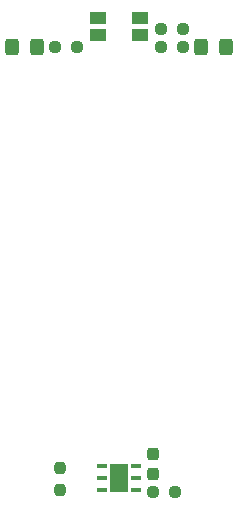
<source format=gbp>
%TF.GenerationSoftware,KiCad,Pcbnew,7.0.7*%
%TF.CreationDate,2024-03-04T06:13:50-08:00*%
%TF.ProjectId,TemperatureHumidityEPD,54656d70-6572-4617-9475-726548756d69,rev?*%
%TF.SameCoordinates,PX75040e0PY7b67cc0*%
%TF.FileFunction,Paste,Bot*%
%TF.FilePolarity,Positive*%
%FSLAX46Y46*%
G04 Gerber Fmt 4.6, Leading zero omitted, Abs format (unit mm)*
G04 Created by KiCad (PCBNEW 7.0.7) date 2024-03-04 06:13:50*
%MOMM*%
%LPD*%
G01*
G04 APERTURE LIST*
G04 Aperture macros list*
%AMRoundRect*
0 Rectangle with rounded corners*
0 $1 Rounding radius*
0 $2 $3 $4 $5 $6 $7 $8 $9 X,Y pos of 4 corners*
0 Add a 4 corners polygon primitive as box body*
4,1,4,$2,$3,$4,$5,$6,$7,$8,$9,$2,$3,0*
0 Add four circle primitives for the rounded corners*
1,1,$1+$1,$2,$3*
1,1,$1+$1,$4,$5*
1,1,$1+$1,$6,$7*
1,1,$1+$1,$8,$9*
0 Add four rect primitives between the rounded corners*
20,1,$1+$1,$2,$3,$4,$5,0*
20,1,$1+$1,$4,$5,$6,$7,0*
20,1,$1+$1,$6,$7,$8,$9,0*
20,1,$1+$1,$8,$9,$2,$3,0*%
G04 Aperture macros list end*
%ADD10RoundRect,0.237500X0.237500X-0.300000X0.237500X0.300000X-0.237500X0.300000X-0.237500X-0.300000X0*%
%ADD11RoundRect,0.237500X-0.237500X0.250000X-0.237500X-0.250000X0.237500X-0.250000X0.237500X0.250000X0*%
%ADD12RoundRect,0.237500X0.250000X0.237500X-0.250000X0.237500X-0.250000X-0.237500X0.250000X-0.237500X0*%
%ADD13R,1.500000X2.400000*%
%ADD14R,0.850000X0.450000*%
%ADD15RoundRect,0.250000X0.325000X0.450000X-0.325000X0.450000X-0.325000X-0.450000X0.325000X-0.450000X0*%
%ADD16RoundRect,0.237500X-0.250000X-0.237500X0.250000X-0.237500X0.250000X0.237500X-0.250000X0.237500X0*%
%ADD17R,1.400000X1.050000*%
%ADD18RoundRect,0.250000X-0.325000X-0.450000X0.325000X-0.450000X0.325000X0.450000X-0.325000X0.450000X0*%
G04 APERTURE END LIST*
D10*
%TO.C,C3*%
X26900000Y3337500D03*
X26900000Y5062500D03*
%TD*%
D11*
%TO.C,R1*%
X19000000Y3825000D03*
X19000000Y2000000D03*
%TD*%
D12*
%TO.C,R3*%
X28712500Y1800000D03*
X26887500Y1800000D03*
%TD*%
D13*
%TO.C,U1*%
X24000000Y3000000D03*
D14*
X22550000Y1975000D03*
X22550000Y3000000D03*
X22550000Y4025000D03*
X25450000Y4025000D03*
X25455000Y3000000D03*
X25450000Y1975000D03*
%TD*%
D15*
%TO.C,D2*%
X17025000Y39500000D03*
X14975000Y39500000D03*
%TD*%
D12*
%TO.C,R12*%
X20412500Y39500000D03*
X18587500Y39500000D03*
%TD*%
D16*
%TO.C,R11*%
X27587500Y39500000D03*
X29412500Y39500000D03*
%TD*%
D17*
%TO.C,SW1*%
X25800000Y41925000D03*
X22200000Y41925000D03*
X25800000Y40475000D03*
X22200000Y40475000D03*
%TD*%
D18*
%TO.C,D1*%
X30975000Y39500000D03*
X33025000Y39500000D03*
%TD*%
D12*
%TO.C,R19*%
X29412500Y41000000D03*
X27587500Y41000000D03*
%TD*%
M02*

</source>
